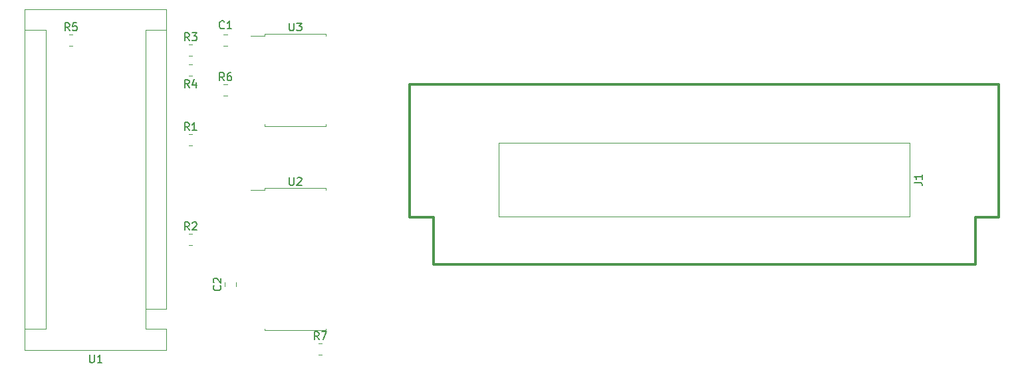
<source format=gbr>
%TF.GenerationSoftware,KiCad,Pcbnew,(6.0.0)*%
%TF.CreationDate,2022-02-22T05:40:17+01:00*%
%TF.ProjectId,Programmer,50726f67-7261-46d6-9d65-722e6b696361,rev?*%
%TF.SameCoordinates,Original*%
%TF.FileFunction,Legend,Top*%
%TF.FilePolarity,Positive*%
%FSLAX46Y46*%
G04 Gerber Fmt 4.6, Leading zero omitted, Abs format (unit mm)*
G04 Created by KiCad (PCBNEW (6.0.0)) date 2022-02-22 05:40:17*
%MOMM*%
%LPD*%
G01*
G04 APERTURE LIST*
%ADD10C,0.150000*%
%ADD11C,0.120000*%
%ADD12C,0.300000*%
G04 APERTURE END LIST*
D10*
%TO.C,R5*%
X80478333Y-69922380D02*
X80145000Y-69446190D01*
X79906904Y-69922380D02*
X79906904Y-68922380D01*
X80287857Y-68922380D01*
X80383095Y-68970000D01*
X80430714Y-69017619D01*
X80478333Y-69112857D01*
X80478333Y-69255714D01*
X80430714Y-69350952D01*
X80383095Y-69398571D01*
X80287857Y-69446190D01*
X79906904Y-69446190D01*
X81383095Y-68922380D02*
X80906904Y-68922380D01*
X80859285Y-69398571D01*
X80906904Y-69350952D01*
X81002142Y-69303333D01*
X81240238Y-69303333D01*
X81335476Y-69350952D01*
X81383095Y-69398571D01*
X81430714Y-69493809D01*
X81430714Y-69731904D01*
X81383095Y-69827142D01*
X81335476Y-69874761D01*
X81240238Y-69922380D01*
X81002142Y-69922380D01*
X80906904Y-69874761D01*
X80859285Y-69827142D01*
%TO.C,U2*%
X108458095Y-88612380D02*
X108458095Y-89421904D01*
X108505714Y-89517142D01*
X108553333Y-89564761D01*
X108648571Y-89612380D01*
X108839047Y-89612380D01*
X108934285Y-89564761D01*
X108981904Y-89517142D01*
X109029523Y-89421904D01*
X109029523Y-88612380D01*
X109458095Y-88707619D02*
X109505714Y-88660000D01*
X109600952Y-88612380D01*
X109839047Y-88612380D01*
X109934285Y-88660000D01*
X109981904Y-88707619D01*
X110029523Y-88802857D01*
X110029523Y-88898095D01*
X109981904Y-89040952D01*
X109410476Y-89612380D01*
X110029523Y-89612380D01*
%TO.C,C1*%
X100163333Y-69572142D02*
X100115714Y-69619761D01*
X99972857Y-69667380D01*
X99877619Y-69667380D01*
X99734761Y-69619761D01*
X99639523Y-69524523D01*
X99591904Y-69429285D01*
X99544285Y-69238809D01*
X99544285Y-69095952D01*
X99591904Y-68905476D01*
X99639523Y-68810238D01*
X99734761Y-68715000D01*
X99877619Y-68667380D01*
X99972857Y-68667380D01*
X100115714Y-68715000D01*
X100163333Y-68762619D01*
X101115714Y-69667380D02*
X100544285Y-69667380D01*
X100830000Y-69667380D02*
X100830000Y-68667380D01*
X100734761Y-68810238D01*
X100639523Y-68905476D01*
X100544285Y-68953095D01*
%TO.C,C2*%
X99671142Y-102401666D02*
X99718761Y-102449285D01*
X99766380Y-102592142D01*
X99766380Y-102687380D01*
X99718761Y-102830238D01*
X99623523Y-102925476D01*
X99528285Y-102973095D01*
X99337809Y-103020714D01*
X99194952Y-103020714D01*
X99004476Y-102973095D01*
X98909238Y-102925476D01*
X98814000Y-102830238D01*
X98766380Y-102687380D01*
X98766380Y-102592142D01*
X98814000Y-102449285D01*
X98861619Y-102401666D01*
X98861619Y-102020714D02*
X98814000Y-101973095D01*
X98766380Y-101877857D01*
X98766380Y-101639761D01*
X98814000Y-101544523D01*
X98861619Y-101496904D01*
X98956857Y-101449285D01*
X99052095Y-101449285D01*
X99194952Y-101496904D01*
X99766380Y-102068333D01*
X99766380Y-101449285D01*
%TO.C,U1*%
X83048095Y-111212380D02*
X83048095Y-112021904D01*
X83095714Y-112117142D01*
X83143333Y-112164761D01*
X83238571Y-112212380D01*
X83429047Y-112212380D01*
X83524285Y-112164761D01*
X83571904Y-112117142D01*
X83619523Y-112021904D01*
X83619523Y-111212380D01*
X84619523Y-112212380D02*
X84048095Y-112212380D01*
X84333809Y-112212380D02*
X84333809Y-111212380D01*
X84238571Y-111355238D01*
X84143333Y-111450476D01*
X84048095Y-111498095D01*
%TO.C,R3*%
X95718333Y-71192380D02*
X95385000Y-70716190D01*
X95146904Y-71192380D02*
X95146904Y-70192380D01*
X95527857Y-70192380D01*
X95623095Y-70240000D01*
X95670714Y-70287619D01*
X95718333Y-70382857D01*
X95718333Y-70525714D01*
X95670714Y-70620952D01*
X95623095Y-70668571D01*
X95527857Y-70716190D01*
X95146904Y-70716190D01*
X96051666Y-70192380D02*
X96670714Y-70192380D01*
X96337380Y-70573333D01*
X96480238Y-70573333D01*
X96575476Y-70620952D01*
X96623095Y-70668571D01*
X96670714Y-70763809D01*
X96670714Y-71001904D01*
X96623095Y-71097142D01*
X96575476Y-71144761D01*
X96480238Y-71192380D01*
X96194523Y-71192380D01*
X96099285Y-71144761D01*
X96051666Y-71097142D01*
%TO.C,R4*%
X95718333Y-77160380D02*
X95385000Y-76684190D01*
X95146904Y-77160380D02*
X95146904Y-76160380D01*
X95527857Y-76160380D01*
X95623095Y-76208000D01*
X95670714Y-76255619D01*
X95718333Y-76350857D01*
X95718333Y-76493714D01*
X95670714Y-76588952D01*
X95623095Y-76636571D01*
X95527857Y-76684190D01*
X95146904Y-76684190D01*
X96575476Y-76493714D02*
X96575476Y-77160380D01*
X96337380Y-76112761D02*
X96099285Y-76827047D01*
X96718333Y-76827047D01*
%TO.C,R6*%
X100163333Y-76272380D02*
X99830000Y-75796190D01*
X99591904Y-76272380D02*
X99591904Y-75272380D01*
X99972857Y-75272380D01*
X100068095Y-75320000D01*
X100115714Y-75367619D01*
X100163333Y-75462857D01*
X100163333Y-75605714D01*
X100115714Y-75700952D01*
X100068095Y-75748571D01*
X99972857Y-75796190D01*
X99591904Y-75796190D01*
X101020476Y-75272380D02*
X100830000Y-75272380D01*
X100734761Y-75320000D01*
X100687142Y-75367619D01*
X100591904Y-75510476D01*
X100544285Y-75700952D01*
X100544285Y-76081904D01*
X100591904Y-76177142D01*
X100639523Y-76224761D01*
X100734761Y-76272380D01*
X100925238Y-76272380D01*
X101020476Y-76224761D01*
X101068095Y-76177142D01*
X101115714Y-76081904D01*
X101115714Y-75843809D01*
X101068095Y-75748571D01*
X101020476Y-75700952D01*
X100925238Y-75653333D01*
X100734761Y-75653333D01*
X100639523Y-75700952D01*
X100591904Y-75748571D01*
X100544285Y-75843809D01*
%TO.C,R7*%
X112228333Y-109292380D02*
X111895000Y-108816190D01*
X111656904Y-109292380D02*
X111656904Y-108292380D01*
X112037857Y-108292380D01*
X112133095Y-108340000D01*
X112180714Y-108387619D01*
X112228333Y-108482857D01*
X112228333Y-108625714D01*
X112180714Y-108720952D01*
X112133095Y-108768571D01*
X112037857Y-108816190D01*
X111656904Y-108816190D01*
X112561666Y-108292380D02*
X113228333Y-108292380D01*
X112799761Y-109292380D01*
%TO.C,R2*%
X95718333Y-95322380D02*
X95385000Y-94846190D01*
X95146904Y-95322380D02*
X95146904Y-94322380D01*
X95527857Y-94322380D01*
X95623095Y-94370000D01*
X95670714Y-94417619D01*
X95718333Y-94512857D01*
X95718333Y-94655714D01*
X95670714Y-94750952D01*
X95623095Y-94798571D01*
X95527857Y-94846190D01*
X95146904Y-94846190D01*
X96099285Y-94417619D02*
X96146904Y-94370000D01*
X96242142Y-94322380D01*
X96480238Y-94322380D01*
X96575476Y-94370000D01*
X96623095Y-94417619D01*
X96670714Y-94512857D01*
X96670714Y-94608095D01*
X96623095Y-94750952D01*
X96051666Y-95322380D01*
X96670714Y-95322380D01*
%TO.C,J1*%
X188047380Y-89253333D02*
X188761666Y-89253333D01*
X188904523Y-89300952D01*
X188999761Y-89396190D01*
X189047380Y-89539047D01*
X189047380Y-89634285D01*
X189047380Y-88253333D02*
X189047380Y-88824761D01*
X189047380Y-88539047D02*
X188047380Y-88539047D01*
X188190238Y-88634285D01*
X188285476Y-88729523D01*
X188333095Y-88824761D01*
%TO.C,U3*%
X108458095Y-68932380D02*
X108458095Y-69741904D01*
X108505714Y-69837142D01*
X108553333Y-69884761D01*
X108648571Y-69932380D01*
X108839047Y-69932380D01*
X108934285Y-69884761D01*
X108981904Y-69837142D01*
X109029523Y-69741904D01*
X109029523Y-68932380D01*
X109410476Y-68932380D02*
X110029523Y-68932380D01*
X109696190Y-69313333D01*
X109839047Y-69313333D01*
X109934285Y-69360952D01*
X109981904Y-69408571D01*
X110029523Y-69503809D01*
X110029523Y-69741904D01*
X109981904Y-69837142D01*
X109934285Y-69884761D01*
X109839047Y-69932380D01*
X109553333Y-69932380D01*
X109458095Y-69884761D01*
X109410476Y-69837142D01*
%TO.C,R1*%
X95718333Y-82622380D02*
X95385000Y-82146190D01*
X95146904Y-82622380D02*
X95146904Y-81622380D01*
X95527857Y-81622380D01*
X95623095Y-81670000D01*
X95670714Y-81717619D01*
X95718333Y-81812857D01*
X95718333Y-81955714D01*
X95670714Y-82050952D01*
X95623095Y-82098571D01*
X95527857Y-82146190D01*
X95146904Y-82146190D01*
X96670714Y-82622380D02*
X96099285Y-82622380D01*
X96385000Y-82622380D02*
X96385000Y-81622380D01*
X96289761Y-81765238D01*
X96194523Y-81860476D01*
X96099285Y-81908095D01*
D11*
%TO.C,R5*%
X80417936Y-71855000D02*
X80872064Y-71855000D01*
X80417936Y-70385000D02*
X80872064Y-70385000D01*
%TO.C,U2*%
X109220000Y-108120000D02*
X113080000Y-108120000D01*
X105360000Y-90000000D02*
X105360000Y-90245000D01*
X105360000Y-90245000D02*
X103545000Y-90245000D01*
X109220000Y-108120000D02*
X105360000Y-108120000D01*
X109220000Y-90000000D02*
X105360000Y-90000000D01*
X113080000Y-108120000D02*
X113080000Y-107875000D01*
X105360000Y-108120000D02*
X105360000Y-107875000D01*
X113080000Y-90000000D02*
X113080000Y-90245000D01*
X109220000Y-90000000D02*
X113080000Y-90000000D01*
%TO.C,C1*%
X100591252Y-71855000D02*
X100068748Y-71855000D01*
X100591252Y-70385000D02*
X100068748Y-70385000D01*
%TO.C,C2*%
X101700000Y-102496252D02*
X101700000Y-101973748D01*
X100230000Y-102496252D02*
X100230000Y-101973748D01*
%TO.C,U1*%
X92830000Y-105410000D02*
X92830000Y-67180000D01*
X92830000Y-67180000D02*
X74790000Y-67180000D01*
X92830000Y-110620000D02*
X92830000Y-107950000D01*
X90160000Y-105410000D02*
X90160000Y-107950000D01*
X77460000Y-107950000D02*
X74790000Y-107950000D01*
X77460000Y-69850000D02*
X74790000Y-69850000D01*
X90160000Y-69850000D02*
X92830000Y-69850000D01*
X74790000Y-110620000D02*
X92830000Y-110620000D01*
X90160000Y-105410000D02*
X90160000Y-69850000D01*
X90160000Y-105410000D02*
X92830000Y-105410000D01*
X77460000Y-107950000D02*
X77460000Y-69850000D01*
X74790000Y-67180000D02*
X74790000Y-110620000D01*
X90160000Y-107950000D02*
X92830000Y-107950000D01*
%TO.C,R3*%
X95657936Y-71655000D02*
X96112064Y-71655000D01*
X95657936Y-73125000D02*
X96112064Y-73125000D01*
%TO.C,R4*%
X95657936Y-75665000D02*
X96112064Y-75665000D01*
X95657936Y-74195000D02*
X96112064Y-74195000D01*
%TO.C,R6*%
X100102936Y-76735000D02*
X100557064Y-76735000D01*
X100102936Y-78205000D02*
X100557064Y-78205000D01*
%TO.C,R7*%
X112167936Y-109755000D02*
X112622064Y-109755000D01*
X112167936Y-111225000D02*
X112622064Y-111225000D01*
%TO.C,R2*%
X95657936Y-95785000D02*
X96112064Y-95785000D01*
X95657936Y-97255000D02*
X96112064Y-97255000D01*
%TO.C,J1*%
X187452000Y-93593600D02*
X135128000Y-93593600D01*
D12*
X123790000Y-93720000D02*
X126790000Y-93720000D01*
D11*
X187452000Y-84246400D02*
X135128000Y-84246400D01*
X187452000Y-84246400D02*
X187452000Y-93593600D01*
X135128000Y-84246400D02*
X135128000Y-93593600D01*
D12*
X195790000Y-99720000D02*
X195790000Y-93720000D01*
X123790000Y-76720000D02*
X123790000Y-93720000D01*
X126790000Y-93720000D02*
X126790000Y-99720000D01*
X198790000Y-93720000D02*
X195790000Y-93720000D01*
X126790000Y-99720000D02*
X195790000Y-99720000D01*
X198790000Y-76720000D02*
X123790000Y-76720000D01*
X198790000Y-93720000D02*
X198790000Y-76720000D01*
D11*
%TO.C,U3*%
X113080000Y-70315000D02*
X113080000Y-70560000D01*
X109220000Y-82085000D02*
X105360000Y-82085000D01*
X109220000Y-70315000D02*
X113080000Y-70315000D01*
X113080000Y-82085000D02*
X113080000Y-81840000D01*
X105360000Y-70315000D02*
X105360000Y-70560000D01*
X105360000Y-70560000D02*
X103545000Y-70560000D01*
X109220000Y-82085000D02*
X113080000Y-82085000D01*
X105360000Y-82085000D02*
X105360000Y-81840000D01*
X109220000Y-70315000D02*
X105360000Y-70315000D01*
%TO.C,R1*%
X95657936Y-84555000D02*
X96112064Y-84555000D01*
X95657936Y-83085000D02*
X96112064Y-83085000D01*
%TD*%
M02*

</source>
